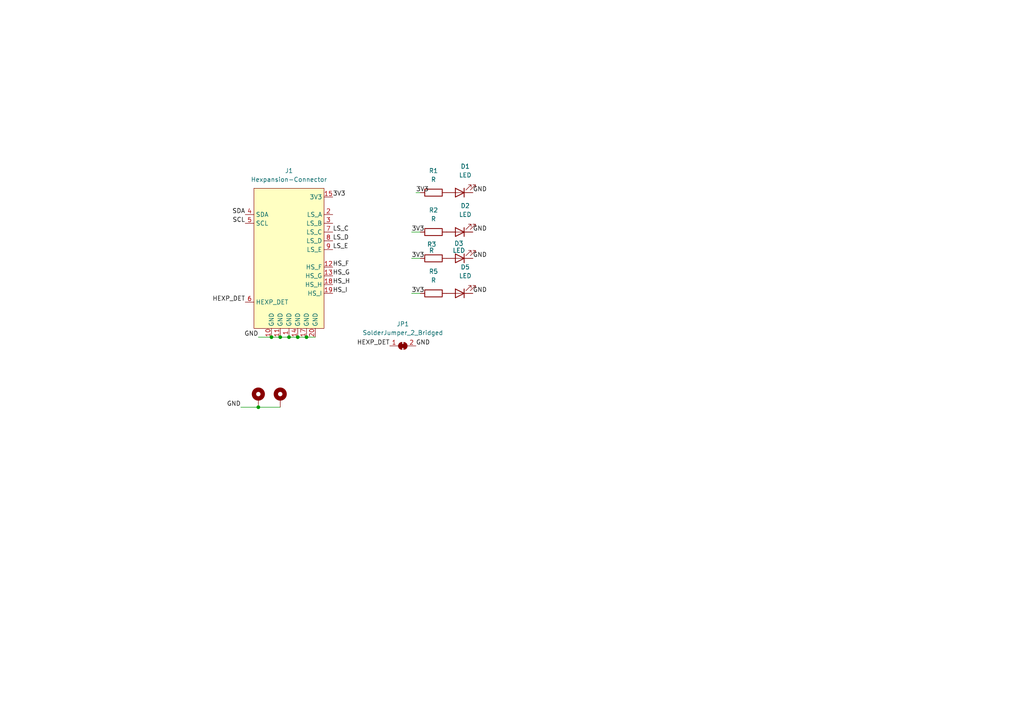
<source format=kicad_sch>
(kicad_sch (version 20231120) (generator "eeschema") (generator_version "8.0")
  (paper "A4")
  (lib_symbols
    (symbol "Device:LED" (pin_numbers hide) (pin_names (offset 1.016) hide)
      (property "Reference" "D" (at 0 2.54 0))
      (property "Value" "LED" (at 0 -2.54 0))
      (symbol "LED_0_1"
        (polyline (pts (xy -1.27 -1.27) (xy -1.27 1.27)) (stroke (width 0.254)))
        (polyline (pts (xy -1.27 0) (xy 1.27 0)))
        (polyline (pts (xy 1.27 -1.27) (xy 1.27 1.27) (xy -1.27 0) (xy 1.27 -1.27)) (stroke (width 0.254)))
        (polyline (pts (xy -3.048 -0.762) (xy -4.572 -2.286) (xy -3.81 -2.286) (xy -4.572 -2.286) (xy -4.572 -1.524)))
        (polyline (pts (xy -1.778 -0.762) (xy -3.302 -2.286) (xy -2.54 -2.286) (xy -3.302 -2.286) (xy -3.302 -1.524)))
      )
      (symbol "LED_1_1"
        (pin passive line (at -3.81 0 0) (length 2.54) (name "K") (number "1"))
        (pin passive line (at 3.81 0 180) (length 2.54) (name "A") (number "2"))
      )
    )
    (symbol "Device:R" (pin_numbers hide) (pin_names (offset 0))
      (property "Reference" "R" (at 2.032 0 90))
      (property "Value" "R" (at 0 0 90))
      (symbol "R_0_1"
        (rectangle (start -1.016 -2.54) (end 1.016 2.54) (stroke (width 0.254)))
      )
      (symbol "R_1_1"
        (pin passive line (at 0 3.81 270) (length 1.27) (name "~") (number "1"))
        (pin passive line (at 0 -3.81 90) (length 1.27) (name "~") (number "2"))
      )
    )
    (symbol "Jumper:SolderJumper_2_Bridged" (pin_names (offset 0) hide)
      (property "Reference" "JP" (at 0 2.032 0))
      (property "Value" "SolderJumper_2_Bridged" (at 0 -2.54 0))
      (symbol "SolderJumper_2_Bridged_0_1"
        (rectangle (start -0.508 0.508) (end 0.508 -0.508) (fill (type outline)))
        (arc (start -0.254 1.016) (mid -1.2656 0) (end -0.254 -1.016))
        (arc (start -0.254 1.016) (mid -1.2656 0) (end -0.254 -1.016) (fill (type outline)))
        (polyline (pts (xy -0.254 1.016) (xy -0.254 -1.016)))
        (polyline (pts (xy 0.254 1.016) (xy 0.254 -1.016)))
        (arc (start 0.254 -1.016) (mid 1.2656 0) (end 0.254 1.016))
        (arc (start 0.254 -1.016) (mid 1.2656 0) (end 0.254 1.016) (fill (type outline)))
      )
      (symbol "SolderJumper_2_Bridged_1_1"
        (pin passive line (at -3.81 0 0) (length 2.54) (name "A") (number "1"))
        (pin passive line (at 3.81 0 180) (length 2.54) (name "B") (number "2"))
      )
    )
    (symbol "Mechanical:MountingHole_Pad" (pin_numbers hide) (pin_names (offset 1.016) hide)
      (property "Reference" "H" (at 0 6.35 0))
      (property "Value" "MountingHole_Pad" (at 0 4.445 0))
      (symbol "MountingHole_Pad_0_1"
        (circle (center 0 1.27) (radius 1.27) (stroke (width 1.27)))
      )
      (symbol "MountingHole_Pad_1_1"
        (pin input line (at 0 -2.54 90) (length 2.54) (name "1") (number "1"))
      )
    )
    (symbol "tildagon:hexpansion-edge-connector" (in_bom no)
      (property "Reference" "J" (at -6.35 17.78 0))
      (property "Value" "Hexpansion-Connector" (at 0 21.59 0))
      (symbol "hexpansion-edge-connector_1_1"
        (rectangle (start -10.16 20.32) (end 10.16 -20.32) (fill (type background)))
        (pin power_out line (at 0 -22.86 90) (length 2.54) (name "GND") (number "1"))
        (pin passive line (at -5.08 -22.86 90) (length 2.54) (name "GND") (number "10"))
        (pin passive line (at -2.54 -22.86 90) (length 2.54) (name "GND") (number "11"))
        (pin bidirectional line (at 12.7 -2.54 180) (length 2.54) (name "HS_F") (number "12"))
        (pin bidirectional line (at 12.7 -5.08 180) (length 2.54) (name "HS_G") (number "13"))
        (pin passive line (at 2.54 -22.86 90) (length 2.54) (name "GND") (number "14"))
        (pin power_out line (at 12.7 17.78 180) (length 2.54) (name "3V3") (number "15"))
        (pin passive line (at 12.7 17.78 180) (length 2.54) hide (name "3V3") (number "16"))
        (pin passive line (at 5.08 -22.86 90) (length 2.54) (name "GND") (number "17"))
        (pin bidirectional line (at 12.7 -7.62 180) (length 2.54) (name "HS_H") (number "18"))
        (pin bidirectional line (at 12.7 -10.16 180) (length 2.54) (name "HS_I") (number "19"))
        (pin bidirectional line (at 12.7 12.7 180) (length 2.54) (name "LS_A") (number "2"))
        (pin passive line (at 7.62 -22.86 90) (length 2.54) (name "GND") (number "20"))
        (pin bidirectional line (at 12.7 10.16 180) (length 2.54) (name "LS_B") (number "3"))
        (pin bidirectional line (at -12.7 12.7 0) (length 2.54) (name "SDA") (number "4"))
        (pin output line (at -12.7 10.16 0) (length 2.54) (name "SCL") (number "5"))
        (pin bidirectional line (at -12.7 -12.7 0) (length 2.54) (name "HEXP_DET") (number "6"))
        (pin bidirectional line (at 12.7 7.62 180) (length 2.54) (name "LS_C") (number "7"))
        (pin bidirectional line (at 12.7 5.08 180) (length 2.54) (name "LS_D") (number "8"))
        (pin bidirectional line (at 12.7 2.54 180) (length 2.54) (name "LS_E") (number "9"))
      )
    )
  )
  (junction (at 88.9 97.79))
  (junction (at 81.28 97.79))
  (junction (at 86.36 97.79))
  (junction (at 83.82 97.79))
  (junction (at 78.74 97.79))
  (junction (at 74.93 118.11))
  (wire (pts (xy 74.93 118.11) (xy 81.28 118.11)))
  (wire (pts (xy 81.28 97.79) (xy 83.82 97.79)))
  (wire (pts (xy 74.93 97.79) (xy 78.74 97.79)))
  (wire (pts (xy 83.82 97.79) (xy 86.36 97.79)))
  (wire (pts (xy 86.36 97.79) (xy 88.9 97.79)))
  (wire (pts (xy 119.38 74.93) (xy 121.92 74.93)))
  (wire (pts (xy 119.38 85.09) (xy 121.92 85.09)))
  (wire (pts (xy 69.85 118.11) (xy 74.93 118.11)))
  (wire (pts (xy 119.38 67.31) (xy 121.92 67.31)))
  (wire (pts (xy 120.65 55.88) (xy 121.92 55.88)))
  (wire (pts (xy 88.9 97.79) (xy 91.44 97.79)))
  (wire (pts (xy 78.74 97.79) (xy 81.28 97.79)))
  (label "HEXP_DET" (at 113.03 100.33 180))
  (label "GND" (at 137.16 85.09 0))
  (label "GND" (at 69.85 118.11 180))
  (label "3V3" (at 96.52 57.15 0))
  (label "3V3" (at 119.38 67.31 0))
  (label "LS_E" (at 96.52 72.39 0))
  (label "GND" (at 120.65 100.33 0))
  (label "SCL" (at 71.12 64.77 180))
  (label "GND" (at 137.16 67.31 0))
  (label "SDA" (at 71.12 62.23 180))
  (label "HS_I" (at 96.52 85.09 0))
  (label "GND" (at 137.16 55.88 0))
  (label "GND" (at 74.93 97.79 180))
  (label "HS_F" (at 96.52 77.47 0))
  (label "LS_C" (at 96.52 67.31 0))
  (label "HS_G" (at 96.52 80.01 0))
  (label "GND" (at 137.16 74.93 0))
  (label "HS_H" (at 96.52 82.55 0))
  (label "3V3" (at 119.38 85.09 0))
  (label "LS_D" (at 96.52 69.85 0))
  (label "HEXP_DET" (at 71.12 87.63 180))
  (label "3V3" (at 119.38 74.93 0))
  (label "3V3" (at 120.65 55.88 0))
  (symbol (lib_id "Device:R") (at 125.73 55.88 90) (unit 1)
    (property "Reference" "R1" (at 125.73 49.53 90))
    (property "Value" "R" (at 125.73 52.07 90))
    (property "Footprint" "Resistor_SMD:R_0603_1608Metric" (effects (hide yes)))
  )
  (symbol (lib_id "Device:LED") (at 133.35 85.09 180) (unit 1)
    (property "Reference" "D5" (at 134.9375 77.47 0))
    (property "Value" "LED" (at 134.9375 80.01 0))
    (property "Footprint" "LED_SMD:LED_0805_2012Metric" (effects (hide yes)))
  )
  (symbol (lib_id "Device:R") (at 125.73 85.09 90) (unit 1)
    (property "Reference" "R5" (at 125.73 78.74 90))
    (property "Value" "R" (at 125.73 81.28 90))
    (property "Footprint" "Resistor_SMD:R_0603_1608Metric" (effects (hide yes)))
  )
  (symbol (lib_id "Mechanical:MountingHole_Pad") (at 74.93 115.57 0) (unit 1)
    (property "Reference" "H1" (effects (hide yes)))
    (property "Value" "MountingHole_Pad" (effects (hide yes)))
    (property "Footprint" "MountingHole:MountingHole_2.2mm_M2_Pad_Via" (effects (hide yes)))
  )
  (symbol (lib_id "Device:LED") (at 133.35 55.88 180) (unit 1)
    (property "Reference" "D1" (at 134.9375 48.26 0))
    (property "Value" "LED" (at 134.9375 50.8 0))
    (property "Footprint" "LED_SMD:LED_0805_2012Metric" (effects (hide yes)))
  )
  (symbol (lib_id "Mechanical:MountingHole_Pad") (at 81.28 115.57 0) (unit 1)
    (property "Reference" "H2" (effects (hide yes)))
    (property "Value" "MountingHole_Pad" (effects (hide yes)))
    (property "Footprint" "MountingHole:MountingHole_2.2mm_M2_Pad_Via" (effects (hide yes)))
  )
  (symbol (lib_id "tildagon:hexpansion-edge-connector") (at 83.82 74.93 0) (unit 1) (exclude_from_sim yes) (in_bom no)
    (property "Reference" "J1" (at 83.82 49.53 0))
    (property "Value" "Hexpansion-Connector" (at 83.82 52.07 0))
    (property "Footprint" "tildagon:hexpansion-edge-connector" (effects (hide yes)))
  )
  (symbol (lib_id "Device:R") (at 125.73 67.31 90) (unit 1)
    (property "Reference" "R2" (at 125.73 60.96 90))
    (property "Value" "R" (at 125.73 63.5 90))
    (property "Footprint" "Resistor_SMD:R_0603_1608Metric" (effects (hide yes)))
  )
  (symbol (lib_id "Device:LED") (at 133.35 74.93 180) (unit 1)
    (property "Reference" "D3" (at 133.096 70.612 0))
    (property "Value" "LED" (at 133.096 72.644 0))
    (property "Footprint" "LED_SMD:LED_0805_2012Metric" (effects (hide yes)))
  )
  (symbol (lib_id "Device:R") (at 125.73 74.93 90) (unit 1)
    (property "Reference" "R3" (at 125.222 70.866 90))
    (property "Value" "R" (at 125.1585 72.644 90))
    (property "Footprint" "Resistor_SMD:R_0603_1608Metric" (effects (hide yes)))
  )
  (symbol (lib_id "Jumper:SolderJumper_2_Bridged") (at 116.84 100.33 0) (unit 1)
    (property "Reference" "JP1" (at 116.84 93.98 0))
    (property "Value" "SolderJumper_2_Bridged" (at 116.84 96.52 0))
    (property "Footprint" "Jumper:SolderJumper-2_P1.3mm_Bridged_RoundedPad1.0x1.5mm" (effects (hide yes)))
  )
  (symbol (lib_id "Device:LED") (at 133.35 67.31 180) (unit 1)
    (property "Reference" "D2" (at 134.9375 59.69 0))
    (property "Value" "LED" (at 134.9375 62.23 0))
    (property "Footprint" "LED_SMD:LED_0805_2012Metric" (effects (hide yes)))
  )
)
</source>
